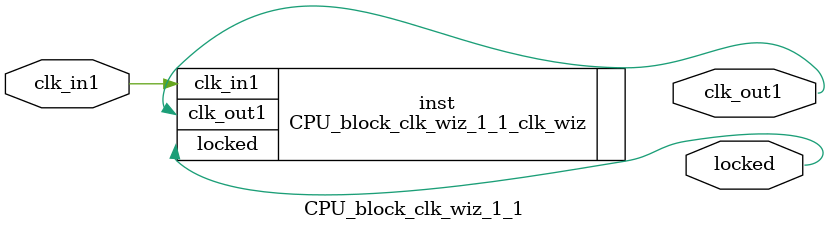
<source format=v>


`timescale 1ps/1ps

(* CORE_GENERATION_INFO = "CPU_block_clk_wiz_1_1,clk_wiz_v6_0_11_0_0,{component_name=CPU_block_clk_wiz_1_1,use_phase_alignment=false,use_min_o_jitter=false,use_max_i_jitter=false,use_dyn_phase_shift=false,use_inclk_switchover=false,use_dyn_reconfig=false,enable_axi=0,feedback_source=FDBK_AUTO,PRIMITIVE=MMCM,num_out_clk=1,clkin1_period=20.000,clkin2_period=10.0,use_power_down=false,use_reset=false,use_locked=true,use_inclk_stopped=false,feedback_type=SINGLE,CLOCK_MGR_TYPE=NA,manual_override=false}" *)

module CPU_block_clk_wiz_1_1 
 (
  // Clock out ports
  output        clk_out1,
  // Status and control signals
  output        locked,
 // Clock in ports
  input         clk_in1
 );

  CPU_block_clk_wiz_1_1_clk_wiz inst
  (
  // Clock out ports  
  .clk_out1(clk_out1),
  // Status and control signals               
  .locked(locked),
 // Clock in ports
  .clk_in1(clk_in1)
  );

endmodule

</source>
